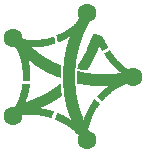
<source format=gbl>
G04 #@! TF.FileFunction,Copper,L2,Bot,Signal*
%FSLAX46Y46*%
G04 Gerber Fmt 4.6, Leading zero omitted, Abs format (unit mm)*
G04 Created by KiCad (PCBNEW 4.0.5+dfsg1-4) date Tue Feb 14 02:46:29 2017*
%MOMM*%
%LPD*%
G01*
G04 APERTURE LIST*
%ADD10C,0.100000*%
%ADD11C,0.002540*%
%ADD12C,1.600000*%
G04 APERTURE END LIST*
D10*
D11*
G36*
X7802880Y-2994660D02*
X7858760Y-3058160D01*
X7912100Y-3124200D01*
X7965440Y-3197860D01*
X8013700Y-3271520D01*
X8061960Y-3350260D01*
X8110220Y-3431540D01*
X8155940Y-3515360D01*
X8204200Y-3601720D01*
X8249920Y-3688080D01*
X8298180Y-3776980D01*
X8346440Y-3865880D01*
X8397240Y-3954780D01*
X8448040Y-4043680D01*
X8503920Y-4132580D01*
X8577580Y-4091940D01*
X8679180Y-4043680D01*
X8788400Y-3992880D01*
X8884920Y-3939540D01*
X8948420Y-3886200D01*
X8961120Y-3840480D01*
X8920480Y-3761740D01*
X8872220Y-3677920D01*
X8821420Y-3591560D01*
X8768080Y-3505200D01*
X8712200Y-3418840D01*
X8658860Y-3332480D01*
X8605520Y-3246120D01*
X8554720Y-3164840D01*
X8511540Y-3086100D01*
X8473440Y-3012440D01*
X8442960Y-2943860D01*
X7802880Y-2994660D01*
X7802880Y-2994660D01*
G37*
X7802880Y-2994660D02*
X7858760Y-3058160D01*
X7912100Y-3124200D01*
X7965440Y-3197860D01*
X8013700Y-3271520D01*
X8061960Y-3350260D01*
X8110220Y-3431540D01*
X8155940Y-3515360D01*
X8204200Y-3601720D01*
X8249920Y-3688080D01*
X8298180Y-3776980D01*
X8346440Y-3865880D01*
X8397240Y-3954780D01*
X8448040Y-4043680D01*
X8503920Y-4132580D01*
X8577580Y-4091940D01*
X8679180Y-4043680D01*
X8788400Y-3992880D01*
X8884920Y-3939540D01*
X8948420Y-3886200D01*
X8961120Y-3840480D01*
X8920480Y-3761740D01*
X8872220Y-3677920D01*
X8821420Y-3591560D01*
X8768080Y-3505200D01*
X8712200Y-3418840D01*
X8658860Y-3332480D01*
X8605520Y-3246120D01*
X8554720Y-3164840D01*
X8511540Y-3086100D01*
X8473440Y-3012440D01*
X8442960Y-2943860D01*
X7802880Y-2994660D01*
G36*
X1767840Y-6990080D02*
X1757680Y-7094220D01*
X1744980Y-7195820D01*
X1732280Y-7289800D01*
X1714500Y-7378700D01*
X1696720Y-7467600D01*
X1678940Y-7556500D01*
X1656080Y-7645400D01*
X1630680Y-7734300D01*
X1602740Y-7830820D01*
X1574800Y-7932420D01*
X1544320Y-8023860D01*
X1513840Y-8115300D01*
X1483360Y-8206740D01*
X1450340Y-8295640D01*
X1414780Y-8384540D01*
X1379220Y-8473440D01*
X1341120Y-8562340D01*
X1300480Y-8648700D01*
X1259840Y-8735060D01*
X1219200Y-8821420D01*
X1173480Y-8907780D01*
X1130300Y-8991600D01*
X1082040Y-9075420D01*
X1033780Y-9159240D01*
X985520Y-9243060D01*
X947420Y-9334500D01*
X952500Y-9403080D01*
X985520Y-9458960D01*
X1031240Y-9499600D01*
X1305560Y-9679940D01*
X1348740Y-9611360D01*
X1399540Y-9621520D01*
X1465580Y-9616440D01*
X1567180Y-9601200D01*
X1666240Y-9588500D01*
X1767840Y-9575800D01*
X1869440Y-9565640D01*
X1971040Y-9558020D01*
X2072640Y-9550400D01*
X2174240Y-9545320D01*
X2275840Y-9542780D01*
X2377440Y-9540240D01*
X2479040Y-9540240D01*
X2580640Y-9542780D01*
X2682240Y-9547860D01*
X2783840Y-9552940D01*
X2885440Y-9560560D01*
X2984500Y-9568180D01*
X3083560Y-9580880D01*
X3182620Y-9593580D01*
X3279140Y-9608820D01*
X3378200Y-9624060D01*
X3474720Y-9641840D01*
X3573780Y-9662160D01*
X3670300Y-9685020D01*
X3766820Y-9707880D01*
X3863340Y-9733280D01*
X3959860Y-9758680D01*
X4056380Y-9789160D01*
X4152900Y-9819640D01*
X4191000Y-9738360D01*
X4226560Y-9659620D01*
X4259580Y-9578340D01*
X4292600Y-9497060D01*
X4323080Y-9415780D01*
X4351020Y-9331960D01*
X4257040Y-9301480D01*
X4163060Y-9273540D01*
X4066540Y-9243060D01*
X3972560Y-9217660D01*
X3876040Y-9192260D01*
X3782060Y-9169400D01*
X3688080Y-9146540D01*
X3589020Y-9126220D01*
X3489960Y-9108440D01*
X3390900Y-9093200D01*
X3291840Y-9080500D01*
X3192780Y-9067800D01*
X3091180Y-9055100D01*
X2992120Y-9044940D01*
X3081020Y-9014460D01*
X3167380Y-8981440D01*
X3253740Y-8945880D01*
X3342640Y-8912860D01*
X3426460Y-8877300D01*
X3512820Y-8841740D01*
X3596640Y-8803640D01*
X3680460Y-8765540D01*
X3764280Y-8727440D01*
X3845560Y-8689340D01*
X3926840Y-8648700D01*
X4018280Y-8600440D01*
X4104640Y-8554720D01*
X4191000Y-8506460D01*
X4274820Y-8460740D01*
X4358640Y-8412480D01*
X4439920Y-8364220D01*
X4523740Y-8313420D01*
X4605020Y-8262620D01*
X4686300Y-8211820D01*
X4765040Y-8158480D01*
X4848860Y-8102600D01*
X4930140Y-8044180D01*
X4983480Y-8003540D01*
X5034280Y-7962900D01*
X5024120Y-7904480D01*
X5016500Y-7846060D01*
X5016500Y-7846060D01*
X5013960Y-7843520D01*
X5003800Y-7749540D01*
X4993640Y-7655560D01*
X4983480Y-7561580D01*
X4975860Y-7467600D01*
X4968240Y-7371080D01*
X4960620Y-7277100D01*
X4955540Y-7180580D01*
X4950460Y-7084060D01*
X4945380Y-6990080D01*
X4864100Y-7056120D01*
X4782820Y-7119620D01*
X4701540Y-7183120D01*
X4620260Y-7246620D01*
X4538980Y-7305040D01*
X4457700Y-7363460D01*
X4373880Y-7421880D01*
X4292600Y-7477760D01*
X4208780Y-7533640D01*
X4124960Y-7586980D01*
X4038600Y-7640320D01*
X3952240Y-7693660D01*
X3865880Y-7744460D01*
X3776980Y-7795260D01*
X3688080Y-7843520D01*
X3596640Y-7894320D01*
X3507740Y-7940040D01*
X3418840Y-7985760D01*
X3327400Y-8028940D01*
X3235960Y-8072120D01*
X3147060Y-8115300D01*
X3055620Y-8155940D01*
X2961640Y-8194040D01*
X2870200Y-8234680D01*
X2778760Y-8270240D01*
X2684780Y-8308340D01*
X2590800Y-8343900D01*
X2496820Y-8376920D01*
X2402840Y-8409940D01*
X2308860Y-8442960D01*
X2212340Y-8473440D01*
X2118360Y-8503920D01*
X2021840Y-8531860D01*
X1925320Y-8559800D01*
X1960880Y-8473440D01*
X1993900Y-8387080D01*
X2026920Y-8300720D01*
X2059940Y-8214360D01*
X2087880Y-8128000D01*
X2118360Y-8031480D01*
X2146300Y-7940040D01*
X2171700Y-7851140D01*
X2197100Y-7762240D01*
X2219960Y-7673340D01*
X2240280Y-7584440D01*
X2260600Y-7490460D01*
X2275840Y-7393940D01*
X2291080Y-7292340D01*
X2301240Y-7205980D01*
X2308860Y-7117080D01*
X2316480Y-7015480D01*
X2255520Y-7023100D01*
X2194560Y-7025640D01*
X2103120Y-7025640D01*
X2009140Y-7023100D01*
X1917700Y-7015480D01*
X1841500Y-7002780D01*
X1767840Y-6990080D01*
X1767840Y-6990080D01*
X1767840Y-6990080D01*
G37*
X1767840Y-6990080D02*
X1757680Y-7094220D01*
X1744980Y-7195820D01*
X1732280Y-7289800D01*
X1714500Y-7378700D01*
X1696720Y-7467600D01*
X1678940Y-7556500D01*
X1656080Y-7645400D01*
X1630680Y-7734300D01*
X1602740Y-7830820D01*
X1574800Y-7932420D01*
X1544320Y-8023860D01*
X1513840Y-8115300D01*
X1483360Y-8206740D01*
X1450340Y-8295640D01*
X1414780Y-8384540D01*
X1379220Y-8473440D01*
X1341120Y-8562340D01*
X1300480Y-8648700D01*
X1259840Y-8735060D01*
X1219200Y-8821420D01*
X1173480Y-8907780D01*
X1130300Y-8991600D01*
X1082040Y-9075420D01*
X1033780Y-9159240D01*
X985520Y-9243060D01*
X947420Y-9334500D01*
X952500Y-9403080D01*
X985520Y-9458960D01*
X1031240Y-9499600D01*
X1305560Y-9679940D01*
X1348740Y-9611360D01*
X1399540Y-9621520D01*
X1465580Y-9616440D01*
X1567180Y-9601200D01*
X1666240Y-9588500D01*
X1767840Y-9575800D01*
X1869440Y-9565640D01*
X1971040Y-9558020D01*
X2072640Y-9550400D01*
X2174240Y-9545320D01*
X2275840Y-9542780D01*
X2377440Y-9540240D01*
X2479040Y-9540240D01*
X2580640Y-9542780D01*
X2682240Y-9547860D01*
X2783840Y-9552940D01*
X2885440Y-9560560D01*
X2984500Y-9568180D01*
X3083560Y-9580880D01*
X3182620Y-9593580D01*
X3279140Y-9608820D01*
X3378200Y-9624060D01*
X3474720Y-9641840D01*
X3573780Y-9662160D01*
X3670300Y-9685020D01*
X3766820Y-9707880D01*
X3863340Y-9733280D01*
X3959860Y-9758680D01*
X4056380Y-9789160D01*
X4152900Y-9819640D01*
X4191000Y-9738360D01*
X4226560Y-9659620D01*
X4259580Y-9578340D01*
X4292600Y-9497060D01*
X4323080Y-9415780D01*
X4351020Y-9331960D01*
X4257040Y-9301480D01*
X4163060Y-9273540D01*
X4066540Y-9243060D01*
X3972560Y-9217660D01*
X3876040Y-9192260D01*
X3782060Y-9169400D01*
X3688080Y-9146540D01*
X3589020Y-9126220D01*
X3489960Y-9108440D01*
X3390900Y-9093200D01*
X3291840Y-9080500D01*
X3192780Y-9067800D01*
X3091180Y-9055100D01*
X2992120Y-9044940D01*
X3081020Y-9014460D01*
X3167380Y-8981440D01*
X3253740Y-8945880D01*
X3342640Y-8912860D01*
X3426460Y-8877300D01*
X3512820Y-8841740D01*
X3596640Y-8803640D01*
X3680460Y-8765540D01*
X3764280Y-8727440D01*
X3845560Y-8689340D01*
X3926840Y-8648700D01*
X4018280Y-8600440D01*
X4104640Y-8554720D01*
X4191000Y-8506460D01*
X4274820Y-8460740D01*
X4358640Y-8412480D01*
X4439920Y-8364220D01*
X4523740Y-8313420D01*
X4605020Y-8262620D01*
X4686300Y-8211820D01*
X4765040Y-8158480D01*
X4848860Y-8102600D01*
X4930140Y-8044180D01*
X4983480Y-8003540D01*
X5034280Y-7962900D01*
X5024120Y-7904480D01*
X5016500Y-7846060D01*
X5016500Y-7846060D01*
X5013960Y-7843520D01*
X5003800Y-7749540D01*
X4993640Y-7655560D01*
X4983480Y-7561580D01*
X4975860Y-7467600D01*
X4968240Y-7371080D01*
X4960620Y-7277100D01*
X4955540Y-7180580D01*
X4950460Y-7084060D01*
X4945380Y-6990080D01*
X4864100Y-7056120D01*
X4782820Y-7119620D01*
X4701540Y-7183120D01*
X4620260Y-7246620D01*
X4538980Y-7305040D01*
X4457700Y-7363460D01*
X4373880Y-7421880D01*
X4292600Y-7477760D01*
X4208780Y-7533640D01*
X4124960Y-7586980D01*
X4038600Y-7640320D01*
X3952240Y-7693660D01*
X3865880Y-7744460D01*
X3776980Y-7795260D01*
X3688080Y-7843520D01*
X3596640Y-7894320D01*
X3507740Y-7940040D01*
X3418840Y-7985760D01*
X3327400Y-8028940D01*
X3235960Y-8072120D01*
X3147060Y-8115300D01*
X3055620Y-8155940D01*
X2961640Y-8194040D01*
X2870200Y-8234680D01*
X2778760Y-8270240D01*
X2684780Y-8308340D01*
X2590800Y-8343900D01*
X2496820Y-8376920D01*
X2402840Y-8409940D01*
X2308860Y-8442960D01*
X2212340Y-8473440D01*
X2118360Y-8503920D01*
X2021840Y-8531860D01*
X1925320Y-8559800D01*
X1960880Y-8473440D01*
X1993900Y-8387080D01*
X2026920Y-8300720D01*
X2059940Y-8214360D01*
X2087880Y-8128000D01*
X2118360Y-8031480D01*
X2146300Y-7940040D01*
X2171700Y-7851140D01*
X2197100Y-7762240D01*
X2219960Y-7673340D01*
X2240280Y-7584440D01*
X2260600Y-7490460D01*
X2275840Y-7393940D01*
X2291080Y-7292340D01*
X2301240Y-7205980D01*
X2308860Y-7117080D01*
X2316480Y-7015480D01*
X2255520Y-7023100D01*
X2194560Y-7025640D01*
X2103120Y-7025640D01*
X2009140Y-7023100D01*
X1917700Y-7015480D01*
X1841500Y-7002780D01*
X1767840Y-6990080D01*
X1767840Y-6990080D01*
G36*
X9126220Y-4175760D02*
X9116060Y-4183380D01*
X9039860Y-4234180D01*
X8961120Y-4282440D01*
X8879840Y-4325620D01*
X8808720Y-4361180D01*
X8737600Y-4391660D01*
X8666480Y-4422140D01*
X8722360Y-4516120D01*
X8775700Y-4597400D01*
X8829040Y-4673600D01*
X8884920Y-4752340D01*
X8948420Y-4838700D01*
X9006840Y-4917440D01*
X9065260Y-4993640D01*
X9126220Y-5067300D01*
X9187180Y-5143500D01*
X9250680Y-5214620D01*
X9316720Y-5288280D01*
X9382760Y-5359400D01*
X9448800Y-5427980D01*
X9519920Y-5496560D01*
X9591040Y-5565140D01*
X9662160Y-5631180D01*
X9738360Y-5697220D01*
X9814560Y-5763260D01*
X9890760Y-5826760D01*
X9972040Y-5890260D01*
X10050780Y-5951220D01*
X10129520Y-6004560D01*
X10210800Y-6057900D01*
X10109200Y-6075680D01*
X10010140Y-6088380D01*
X9908540Y-6103620D01*
X9809480Y-6116320D01*
X9707880Y-6129020D01*
X9606280Y-6139180D01*
X9507220Y-6149340D01*
X9405620Y-6156960D01*
X9304020Y-6164580D01*
X9204960Y-6172200D01*
X9103360Y-6177280D01*
X9001760Y-6182360D01*
X8900160Y-6184900D01*
X8798560Y-6187440D01*
X8696960Y-6189980D01*
X8595360Y-6189980D01*
X8493760Y-6187440D01*
X8392160Y-6187440D01*
X8290560Y-6182360D01*
X8188960Y-6179820D01*
X8084820Y-6174740D01*
X7983220Y-6167120D01*
X7881620Y-6159500D01*
X7782560Y-6151880D01*
X7686040Y-6144260D01*
X7589520Y-6134100D01*
X7493000Y-6123940D01*
X7396480Y-6113780D01*
X7302500Y-6101080D01*
X7208520Y-6085840D01*
X7112000Y-6070600D01*
X7018020Y-6055360D01*
X6921500Y-6037580D01*
X6824980Y-6017260D01*
X6725920Y-5996940D01*
X6626860Y-5974080D01*
X6527800Y-5951220D01*
X6423660Y-5923280D01*
X6418580Y-6022340D01*
X6413500Y-6121400D01*
X6410960Y-6217920D01*
X6408420Y-6316980D01*
X6408420Y-6416040D01*
X6408420Y-6512560D01*
X6410960Y-6606540D01*
X6413500Y-6700520D01*
X6418580Y-6797040D01*
X6423660Y-6891020D01*
X6517640Y-6911340D01*
X6593840Y-6926580D01*
X6662420Y-6941820D01*
X6741160Y-6954520D01*
X6832600Y-6972300D01*
X6929120Y-6990080D01*
X7028180Y-7005320D01*
X7124700Y-7020560D01*
X7223760Y-7033260D01*
X7322820Y-7045960D01*
X7419340Y-7058660D01*
X7518400Y-7071360D01*
X7617460Y-7081520D01*
X7716520Y-7089140D01*
X7815580Y-7096760D01*
X7914640Y-7104380D01*
X8013700Y-7112000D01*
X8115300Y-7117080D01*
X8214360Y-7119620D01*
X8305800Y-7122160D01*
X8397240Y-7122160D01*
X8488680Y-7122160D01*
X8582660Y-7122160D01*
X8674100Y-7119620D01*
X8768080Y-7117080D01*
X8862060Y-7112000D01*
X8953500Y-7106920D01*
X9047480Y-7101840D01*
X9141460Y-7096760D01*
X9060180Y-7152640D01*
X8978900Y-7211060D01*
X8900160Y-7269480D01*
X8821420Y-7330440D01*
X8745220Y-7391400D01*
X8669020Y-7454900D01*
X8597900Y-7518400D01*
X8524240Y-7584440D01*
X8453120Y-7653020D01*
X8384540Y-7721600D01*
X8315960Y-7790180D01*
X8247380Y-7861300D01*
X8178800Y-7934960D01*
X8112760Y-8008620D01*
X8082280Y-8044180D01*
X8138160Y-8084820D01*
X8188960Y-8128000D01*
X8242300Y-8171180D01*
X8298180Y-8224520D01*
X8348980Y-8280400D01*
X8399780Y-8336280D01*
X8453120Y-8412480D01*
X8501380Y-8354060D01*
X8569960Y-8280400D01*
X8638540Y-8206740D01*
X8707120Y-8135620D01*
X8778240Y-8067040D01*
X8849360Y-7998460D01*
X8923020Y-7929880D01*
X8996680Y-7866380D01*
X9072880Y-7800340D01*
X9149080Y-7739380D01*
X9225280Y-7678420D01*
X9304020Y-7620000D01*
X9382760Y-7561580D01*
X9464040Y-7505700D01*
X9545320Y-7449820D01*
X9629140Y-7396480D01*
X9710420Y-7345680D01*
X9794240Y-7297420D01*
X9880600Y-7249160D01*
X9966960Y-7200900D01*
X10053320Y-7157720D01*
X10139680Y-7114540D01*
X10228580Y-7071360D01*
X10317480Y-7030720D01*
X10406380Y-6992620D01*
X10497820Y-6957060D01*
X10589260Y-6921500D01*
X10680700Y-6885940D01*
X10774680Y-6855460D01*
X10822940Y-6830060D01*
X10906760Y-6809740D01*
X10990580Y-6791960D01*
X11074400Y-6771640D01*
X11160760Y-6748780D01*
X11033760Y-6205220D01*
X11003280Y-6134100D01*
X10957560Y-6068060D01*
X10960100Y-6022340D01*
X10934700Y-5961380D01*
X10863580Y-5900420D01*
X10779760Y-5849620D01*
X10698480Y-5793740D01*
X10617200Y-5740400D01*
X10535920Y-5681980D01*
X10457180Y-5623560D01*
X10380980Y-5565140D01*
X10304780Y-5504180D01*
X10228580Y-5443220D01*
X10154920Y-5379720D01*
X10081260Y-5313680D01*
X10010140Y-5247640D01*
X9939020Y-5179060D01*
X9867900Y-5110480D01*
X9799320Y-5039360D01*
X9728200Y-4963160D01*
X9659620Y-4889500D01*
X9593580Y-4815840D01*
X9530080Y-4742180D01*
X9466580Y-4668520D01*
X9408160Y-4592320D01*
X9349740Y-4516120D01*
X9293860Y-4437380D01*
X9237980Y-4353560D01*
X9182100Y-4267200D01*
X9126220Y-4175760D01*
X9126220Y-4175760D01*
X9126220Y-4175760D01*
G37*
X9126220Y-4175760D02*
X9116060Y-4183380D01*
X9039860Y-4234180D01*
X8961120Y-4282440D01*
X8879840Y-4325620D01*
X8808720Y-4361180D01*
X8737600Y-4391660D01*
X8666480Y-4422140D01*
X8722360Y-4516120D01*
X8775700Y-4597400D01*
X8829040Y-4673600D01*
X8884920Y-4752340D01*
X8948420Y-4838700D01*
X9006840Y-4917440D01*
X9065260Y-4993640D01*
X9126220Y-5067300D01*
X9187180Y-5143500D01*
X9250680Y-5214620D01*
X9316720Y-5288280D01*
X9382760Y-5359400D01*
X9448800Y-5427980D01*
X9519920Y-5496560D01*
X9591040Y-5565140D01*
X9662160Y-5631180D01*
X9738360Y-5697220D01*
X9814560Y-5763260D01*
X9890760Y-5826760D01*
X9972040Y-5890260D01*
X10050780Y-5951220D01*
X10129520Y-6004560D01*
X10210800Y-6057900D01*
X10109200Y-6075680D01*
X10010140Y-6088380D01*
X9908540Y-6103620D01*
X9809480Y-6116320D01*
X9707880Y-6129020D01*
X9606280Y-6139180D01*
X9507220Y-6149340D01*
X9405620Y-6156960D01*
X9304020Y-6164580D01*
X9204960Y-6172200D01*
X9103360Y-6177280D01*
X9001760Y-6182360D01*
X8900160Y-6184900D01*
X8798560Y-6187440D01*
X8696960Y-6189980D01*
X8595360Y-6189980D01*
X8493760Y-6187440D01*
X8392160Y-6187440D01*
X8290560Y-6182360D01*
X8188960Y-6179820D01*
X8084820Y-6174740D01*
X7983220Y-6167120D01*
X7881620Y-6159500D01*
X7782560Y-6151880D01*
X7686040Y-6144260D01*
X7589520Y-6134100D01*
X7493000Y-6123940D01*
X7396480Y-6113780D01*
X7302500Y-6101080D01*
X7208520Y-6085840D01*
X7112000Y-6070600D01*
X7018020Y-6055360D01*
X6921500Y-6037580D01*
X6824980Y-6017260D01*
X6725920Y-5996940D01*
X6626860Y-5974080D01*
X6527800Y-5951220D01*
X6423660Y-5923280D01*
X6418580Y-6022340D01*
X6413500Y-6121400D01*
X6410960Y-6217920D01*
X6408420Y-6316980D01*
X6408420Y-6416040D01*
X6408420Y-6512560D01*
X6410960Y-6606540D01*
X6413500Y-6700520D01*
X6418580Y-6797040D01*
X6423660Y-6891020D01*
X6517640Y-6911340D01*
X6593840Y-6926580D01*
X6662420Y-6941820D01*
X6741160Y-6954520D01*
X6832600Y-6972300D01*
X6929120Y-6990080D01*
X7028180Y-7005320D01*
X7124700Y-7020560D01*
X7223760Y-7033260D01*
X7322820Y-7045960D01*
X7419340Y-7058660D01*
X7518400Y-7071360D01*
X7617460Y-7081520D01*
X7716520Y-7089140D01*
X7815580Y-7096760D01*
X7914640Y-7104380D01*
X8013700Y-7112000D01*
X8115300Y-7117080D01*
X8214360Y-7119620D01*
X8305800Y-7122160D01*
X8397240Y-7122160D01*
X8488680Y-7122160D01*
X8582660Y-7122160D01*
X8674100Y-7119620D01*
X8768080Y-7117080D01*
X8862060Y-7112000D01*
X8953500Y-7106920D01*
X9047480Y-7101840D01*
X9141460Y-7096760D01*
X9060180Y-7152640D01*
X8978900Y-7211060D01*
X8900160Y-7269480D01*
X8821420Y-7330440D01*
X8745220Y-7391400D01*
X8669020Y-7454900D01*
X8597900Y-7518400D01*
X8524240Y-7584440D01*
X8453120Y-7653020D01*
X8384540Y-7721600D01*
X8315960Y-7790180D01*
X8247380Y-7861300D01*
X8178800Y-7934960D01*
X8112760Y-8008620D01*
X8082280Y-8044180D01*
X8138160Y-8084820D01*
X8188960Y-8128000D01*
X8242300Y-8171180D01*
X8298180Y-8224520D01*
X8348980Y-8280400D01*
X8399780Y-8336280D01*
X8453120Y-8412480D01*
X8501380Y-8354060D01*
X8569960Y-8280400D01*
X8638540Y-8206740D01*
X8707120Y-8135620D01*
X8778240Y-8067040D01*
X8849360Y-7998460D01*
X8923020Y-7929880D01*
X8996680Y-7866380D01*
X9072880Y-7800340D01*
X9149080Y-7739380D01*
X9225280Y-7678420D01*
X9304020Y-7620000D01*
X9382760Y-7561580D01*
X9464040Y-7505700D01*
X9545320Y-7449820D01*
X9629140Y-7396480D01*
X9710420Y-7345680D01*
X9794240Y-7297420D01*
X9880600Y-7249160D01*
X9966960Y-7200900D01*
X10053320Y-7157720D01*
X10139680Y-7114540D01*
X10228580Y-7071360D01*
X10317480Y-7030720D01*
X10406380Y-6992620D01*
X10497820Y-6957060D01*
X10589260Y-6921500D01*
X10680700Y-6885940D01*
X10774680Y-6855460D01*
X10822940Y-6830060D01*
X10906760Y-6809740D01*
X10990580Y-6791960D01*
X11074400Y-6771640D01*
X11160760Y-6748780D01*
X11033760Y-6205220D01*
X11003280Y-6134100D01*
X10957560Y-6068060D01*
X10960100Y-6022340D01*
X10934700Y-5961380D01*
X10863580Y-5900420D01*
X10779760Y-5849620D01*
X10698480Y-5793740D01*
X10617200Y-5740400D01*
X10535920Y-5681980D01*
X10457180Y-5623560D01*
X10380980Y-5565140D01*
X10304780Y-5504180D01*
X10228580Y-5443220D01*
X10154920Y-5379720D01*
X10081260Y-5313680D01*
X10010140Y-5247640D01*
X9939020Y-5179060D01*
X9867900Y-5110480D01*
X9799320Y-5039360D01*
X9728200Y-4963160D01*
X9659620Y-4889500D01*
X9593580Y-4815840D01*
X9530080Y-4742180D01*
X9466580Y-4668520D01*
X9408160Y-4592320D01*
X9349740Y-4516120D01*
X9293860Y-4437380D01*
X9237980Y-4353560D01*
X9182100Y-4267200D01*
X9126220Y-4175760D01*
X9126220Y-4175760D01*
G36*
X1391920Y-2951480D02*
X1318260Y-2969260D01*
X1254760Y-2997200D01*
X1196340Y-3037840D01*
X769620Y-3401060D01*
X835660Y-3479800D01*
X899160Y-3558540D01*
X965200Y-3634740D01*
X1031240Y-3710940D01*
X1097280Y-3787140D01*
X1163320Y-3860800D01*
X1229360Y-3934460D01*
X1297940Y-4005580D01*
X1338580Y-4097020D01*
X1379220Y-4191000D01*
X1417320Y-4284980D01*
X1452880Y-4378960D01*
X1488440Y-4472940D01*
X1521460Y-4569460D01*
X1551940Y-4665980D01*
X1582420Y-4762500D01*
X1610360Y-4859020D01*
X1635760Y-4958080D01*
X1661160Y-5057140D01*
X1681480Y-5151120D01*
X1701800Y-5245100D01*
X1719580Y-5339080D01*
X1734820Y-5433060D01*
X1750060Y-5529580D01*
X1762760Y-5623560D01*
X1772920Y-5720080D01*
X1783080Y-5816600D01*
X1790700Y-5910580D01*
X1798320Y-6007100D01*
X1803400Y-6106160D01*
X1805940Y-6202680D01*
X1805940Y-6299200D01*
X1805940Y-6398260D01*
X1803400Y-6497320D01*
X1798320Y-6583680D01*
X1793240Y-6672580D01*
X1869440Y-6685280D01*
X1948180Y-6697980D01*
X2047240Y-6705600D01*
X2146300Y-6708140D01*
X2245360Y-6703060D01*
X2341880Y-6695440D01*
X2346960Y-6604000D01*
X2352040Y-6512560D01*
X2354580Y-6421120D01*
X2354580Y-6327140D01*
X2354580Y-6235700D01*
X2354580Y-6144260D01*
X2352040Y-6052820D01*
X2346960Y-5961380D01*
X2341880Y-5869940D01*
X2334260Y-5781040D01*
X2326640Y-5689600D01*
X2316480Y-5600700D01*
X2306320Y-5511800D01*
X2293620Y-5422900D01*
X2278380Y-5334000D01*
X2263140Y-5245100D01*
X2245360Y-5156200D01*
X2227580Y-5067300D01*
X2207260Y-4978400D01*
X2186940Y-4889500D01*
X2166620Y-4823460D01*
X2242820Y-4886960D01*
X2321560Y-4950460D01*
X2397760Y-5013960D01*
X2473960Y-5074920D01*
X2552700Y-5135880D01*
X2631440Y-5196840D01*
X2707640Y-5255260D01*
X2786380Y-5311140D01*
X2867660Y-5369560D01*
X2946400Y-5422900D01*
X3030220Y-5478780D01*
X3114040Y-5532120D01*
X3197860Y-5585460D01*
X3284220Y-5638800D01*
X3368040Y-5689600D01*
X3454400Y-5740400D01*
X3540760Y-5788660D01*
X3627120Y-5836920D01*
X3713480Y-5885180D01*
X3802380Y-5930900D01*
X3888740Y-5976620D01*
X3977640Y-6022340D01*
X4066540Y-6065520D01*
X4155440Y-6108700D01*
X4249420Y-6151880D01*
X4335780Y-6189980D01*
X4417060Y-6220460D01*
X4495800Y-6250940D01*
X4574540Y-6278880D01*
X4653280Y-6306820D01*
X4737100Y-6337300D01*
X4828540Y-6367780D01*
X4927600Y-6403340D01*
X4927600Y-6304280D01*
X4927600Y-6202680D01*
X4930140Y-6103620D01*
X4932680Y-6004560D01*
X4937760Y-5908040D01*
X4945380Y-5808980D01*
X4955540Y-5715000D01*
X4965700Y-5621020D01*
X4978400Y-5529580D01*
X4993640Y-5440680D01*
X4894580Y-5400040D01*
X4800600Y-5361940D01*
X4709160Y-5321300D01*
X4617720Y-5280660D01*
X4528820Y-5240020D01*
X4442460Y-5199380D01*
X4356100Y-5158740D01*
X4272280Y-5115560D01*
X4188460Y-5072380D01*
X4104640Y-5026660D01*
X4020820Y-4980940D01*
X3937000Y-4932680D01*
X3853180Y-4884420D01*
X3769360Y-4833620D01*
X3685540Y-4782820D01*
X3599180Y-4726940D01*
X3510280Y-4671060D01*
X3429000Y-4617720D01*
X3350260Y-4564380D01*
X3268980Y-4508500D01*
X3190240Y-4452620D01*
X3114040Y-4396740D01*
X3035300Y-4338320D01*
X2959100Y-4279900D01*
X2882900Y-4221480D01*
X2806700Y-4163060D01*
X2730500Y-4102100D01*
X2656840Y-4041140D01*
X2583180Y-3980180D01*
X2509520Y-3916680D01*
X2435860Y-3853180D01*
X2364740Y-3789680D01*
X2456180Y-3797300D01*
X2547620Y-3802380D01*
X2636520Y-3804920D01*
X2727960Y-3807460D01*
X2816860Y-3810000D01*
X2908300Y-3807460D01*
X2994660Y-3804920D01*
X3083560Y-3802380D01*
X3180080Y-3794760D01*
X3276600Y-3787140D01*
X3373120Y-3776980D01*
X3469640Y-3764280D01*
X3566160Y-3749040D01*
X3660140Y-3733800D01*
X3754120Y-3716020D01*
X3850640Y-3698240D01*
X3939540Y-3677920D01*
X4028440Y-3655060D01*
X4119880Y-3632200D01*
X4208780Y-3606800D01*
X4297680Y-3578860D01*
X4389120Y-3550920D01*
X4478020Y-3522980D01*
X4478020Y-3515360D01*
X4472940Y-3416300D01*
X4460240Y-3317240D01*
X4442460Y-3218180D01*
X4414520Y-3119120D01*
X4396740Y-3063240D01*
X4373880Y-3007360D01*
X4284980Y-3037840D01*
X4193540Y-3065780D01*
X4099560Y-3093720D01*
X4008120Y-3119120D01*
X3916680Y-3141980D01*
X3825240Y-3164840D01*
X3731260Y-3185160D01*
X3639820Y-3202940D01*
X3545840Y-3220720D01*
X3454400Y-3235960D01*
X3360420Y-3248660D01*
X3266440Y-3261360D01*
X3175000Y-3271520D01*
X3081020Y-3279140D01*
X2979420Y-3286760D01*
X2877820Y-3291840D01*
X2776220Y-3294380D01*
X2674620Y-3294380D01*
X2575560Y-3291840D01*
X2473960Y-3289300D01*
X2372360Y-3284220D01*
X2270760Y-3279140D01*
X2171700Y-3268980D01*
X2070100Y-3258820D01*
X1968500Y-3246120D01*
X1869440Y-3230880D01*
X1767840Y-3215640D01*
X1704340Y-3149600D01*
X1638300Y-3083560D01*
X1549400Y-3002280D01*
X1468120Y-2959100D01*
X1391920Y-2951480D01*
X1391920Y-2951480D01*
X1391920Y-2951480D01*
G37*
X1391920Y-2951480D02*
X1318260Y-2969260D01*
X1254760Y-2997200D01*
X1196340Y-3037840D01*
X769620Y-3401060D01*
X835660Y-3479800D01*
X899160Y-3558540D01*
X965200Y-3634740D01*
X1031240Y-3710940D01*
X1097280Y-3787140D01*
X1163320Y-3860800D01*
X1229360Y-3934460D01*
X1297940Y-4005580D01*
X1338580Y-4097020D01*
X1379220Y-4191000D01*
X1417320Y-4284980D01*
X1452880Y-4378960D01*
X1488440Y-4472940D01*
X1521460Y-4569460D01*
X1551940Y-4665980D01*
X1582420Y-4762500D01*
X1610360Y-4859020D01*
X1635760Y-4958080D01*
X1661160Y-5057140D01*
X1681480Y-5151120D01*
X1701800Y-5245100D01*
X1719580Y-5339080D01*
X1734820Y-5433060D01*
X1750060Y-5529580D01*
X1762760Y-5623560D01*
X1772920Y-5720080D01*
X1783080Y-5816600D01*
X1790700Y-5910580D01*
X1798320Y-6007100D01*
X1803400Y-6106160D01*
X1805940Y-6202680D01*
X1805940Y-6299200D01*
X1805940Y-6398260D01*
X1803400Y-6497320D01*
X1798320Y-6583680D01*
X1793240Y-6672580D01*
X1869440Y-6685280D01*
X1948180Y-6697980D01*
X2047240Y-6705600D01*
X2146300Y-6708140D01*
X2245360Y-6703060D01*
X2341880Y-6695440D01*
X2346960Y-6604000D01*
X2352040Y-6512560D01*
X2354580Y-6421120D01*
X2354580Y-6327140D01*
X2354580Y-6235700D01*
X2354580Y-6144260D01*
X2352040Y-6052820D01*
X2346960Y-5961380D01*
X2341880Y-5869940D01*
X2334260Y-5781040D01*
X2326640Y-5689600D01*
X2316480Y-5600700D01*
X2306320Y-5511800D01*
X2293620Y-5422900D01*
X2278380Y-5334000D01*
X2263140Y-5245100D01*
X2245360Y-5156200D01*
X2227580Y-5067300D01*
X2207260Y-4978400D01*
X2186940Y-4889500D01*
X2166620Y-4823460D01*
X2242820Y-4886960D01*
X2321560Y-4950460D01*
X2397760Y-5013960D01*
X2473960Y-5074920D01*
X2552700Y-5135880D01*
X2631440Y-5196840D01*
X2707640Y-5255260D01*
X2786380Y-5311140D01*
X2867660Y-5369560D01*
X2946400Y-5422900D01*
X3030220Y-5478780D01*
X3114040Y-5532120D01*
X3197860Y-5585460D01*
X3284220Y-5638800D01*
X3368040Y-5689600D01*
X3454400Y-5740400D01*
X3540760Y-5788660D01*
X3627120Y-5836920D01*
X3713480Y-5885180D01*
X3802380Y-5930900D01*
X3888740Y-5976620D01*
X3977640Y-6022340D01*
X4066540Y-6065520D01*
X4155440Y-6108700D01*
X4249420Y-6151880D01*
X4335780Y-6189980D01*
X4417060Y-6220460D01*
X4495800Y-6250940D01*
X4574540Y-6278880D01*
X4653280Y-6306820D01*
X4737100Y-6337300D01*
X4828540Y-6367780D01*
X4927600Y-6403340D01*
X4927600Y-6304280D01*
X4927600Y-6202680D01*
X4930140Y-6103620D01*
X4932680Y-6004560D01*
X4937760Y-5908040D01*
X4945380Y-5808980D01*
X4955540Y-5715000D01*
X4965700Y-5621020D01*
X4978400Y-5529580D01*
X4993640Y-5440680D01*
X4894580Y-5400040D01*
X4800600Y-5361940D01*
X4709160Y-5321300D01*
X4617720Y-5280660D01*
X4528820Y-5240020D01*
X4442460Y-5199380D01*
X4356100Y-5158740D01*
X4272280Y-5115560D01*
X4188460Y-5072380D01*
X4104640Y-5026660D01*
X4020820Y-4980940D01*
X3937000Y-4932680D01*
X3853180Y-4884420D01*
X3769360Y-4833620D01*
X3685540Y-4782820D01*
X3599180Y-4726940D01*
X3510280Y-4671060D01*
X3429000Y-4617720D01*
X3350260Y-4564380D01*
X3268980Y-4508500D01*
X3190240Y-4452620D01*
X3114040Y-4396740D01*
X3035300Y-4338320D01*
X2959100Y-4279900D01*
X2882900Y-4221480D01*
X2806700Y-4163060D01*
X2730500Y-4102100D01*
X2656840Y-4041140D01*
X2583180Y-3980180D01*
X2509520Y-3916680D01*
X2435860Y-3853180D01*
X2364740Y-3789680D01*
X2456180Y-3797300D01*
X2547620Y-3802380D01*
X2636520Y-3804920D01*
X2727960Y-3807460D01*
X2816860Y-3810000D01*
X2908300Y-3807460D01*
X2994660Y-3804920D01*
X3083560Y-3802380D01*
X3180080Y-3794760D01*
X3276600Y-3787140D01*
X3373120Y-3776980D01*
X3469640Y-3764280D01*
X3566160Y-3749040D01*
X3660140Y-3733800D01*
X3754120Y-3716020D01*
X3850640Y-3698240D01*
X3939540Y-3677920D01*
X4028440Y-3655060D01*
X4119880Y-3632200D01*
X4208780Y-3606800D01*
X4297680Y-3578860D01*
X4389120Y-3550920D01*
X4478020Y-3522980D01*
X4478020Y-3515360D01*
X4472940Y-3416300D01*
X4460240Y-3317240D01*
X4442460Y-3218180D01*
X4414520Y-3119120D01*
X4396740Y-3063240D01*
X4373880Y-3007360D01*
X4284980Y-3037840D01*
X4193540Y-3065780D01*
X4099560Y-3093720D01*
X4008120Y-3119120D01*
X3916680Y-3141980D01*
X3825240Y-3164840D01*
X3731260Y-3185160D01*
X3639820Y-3202940D01*
X3545840Y-3220720D01*
X3454400Y-3235960D01*
X3360420Y-3248660D01*
X3266440Y-3261360D01*
X3175000Y-3271520D01*
X3081020Y-3279140D01*
X2979420Y-3286760D01*
X2877820Y-3291840D01*
X2776220Y-3294380D01*
X2674620Y-3294380D01*
X2575560Y-3291840D01*
X2473960Y-3289300D01*
X2372360Y-3284220D01*
X2270760Y-3279140D01*
X2171700Y-3268980D01*
X2070100Y-3258820D01*
X1968500Y-3246120D01*
X1869440Y-3230880D01*
X1767840Y-3215640D01*
X1704340Y-3149600D01*
X1638300Y-3083560D01*
X1549400Y-3002280D01*
X1468120Y-2959100D01*
X1391920Y-2951480D01*
X1391920Y-2951480D01*
G36*
X7866380Y-2794000D02*
X7772400Y-2811780D01*
X7716520Y-2844800D01*
X7665720Y-2910840D01*
X7625080Y-3007360D01*
X7597140Y-3101340D01*
X7564120Y-3195320D01*
X7533640Y-3286760D01*
X7500620Y-3380740D01*
X7467600Y-3472180D01*
X7432040Y-3563620D01*
X7396480Y-3655060D01*
X7358380Y-3743960D01*
X7320280Y-3835400D01*
X7282180Y-3924300D01*
X7241540Y-4013200D01*
X7200900Y-4102100D01*
X7160260Y-4188460D01*
X7117080Y-4277360D01*
X7071360Y-4363720D01*
X7028180Y-4450080D01*
X6982460Y-4536440D01*
X6934200Y-4622800D01*
X6885940Y-4706620D01*
X6837680Y-4792980D01*
X6786880Y-4876800D01*
X6736080Y-4960620D01*
X6682740Y-5044440D01*
X6629400Y-5128260D01*
X6573520Y-5209540D01*
X6515100Y-5293360D01*
X6459220Y-5374640D01*
X6449060Y-5468620D01*
X6441440Y-5562600D01*
X6433820Y-5659120D01*
X6525260Y-5684520D01*
X6619240Y-5709920D01*
X6710680Y-5730240D01*
X6802120Y-5745480D01*
X6896100Y-5760720D01*
X6987540Y-5770880D01*
X7078980Y-5781040D01*
X7172960Y-5788660D01*
X7223760Y-5717540D01*
X7272020Y-5643880D01*
X7320280Y-5570220D01*
X7368540Y-5496560D01*
X7416800Y-5420360D01*
X7462520Y-5344160D01*
X7510780Y-5262880D01*
X7556500Y-5181600D01*
X7602220Y-5097780D01*
X7647940Y-5016500D01*
X7691120Y-4930140D01*
X7734300Y-4846320D01*
X7777480Y-4759960D01*
X7820660Y-4673600D01*
X7861300Y-4584700D01*
X7901940Y-4495800D01*
X7940040Y-4406900D01*
X7978140Y-4318000D01*
X8016240Y-4226560D01*
X8051800Y-4140200D01*
X8084820Y-4051300D01*
X8117840Y-3964940D01*
X8150860Y-3876040D01*
X8181340Y-3784600D01*
X8211820Y-3693160D01*
X8242300Y-3601720D01*
X8272780Y-3510280D01*
X8300720Y-3416300D01*
X8328660Y-3322320D01*
X8354060Y-3225800D01*
X8382000Y-3131820D01*
X8407400Y-3032760D01*
X8432800Y-2936240D01*
X7957820Y-2806700D01*
X7866380Y-2794000D01*
X7866380Y-2794000D01*
X7866380Y-2794000D01*
G37*
X7866380Y-2794000D02*
X7772400Y-2811780D01*
X7716520Y-2844800D01*
X7665720Y-2910840D01*
X7625080Y-3007360D01*
X7597140Y-3101340D01*
X7564120Y-3195320D01*
X7533640Y-3286760D01*
X7500620Y-3380740D01*
X7467600Y-3472180D01*
X7432040Y-3563620D01*
X7396480Y-3655060D01*
X7358380Y-3743960D01*
X7320280Y-3835400D01*
X7282180Y-3924300D01*
X7241540Y-4013200D01*
X7200900Y-4102100D01*
X7160260Y-4188460D01*
X7117080Y-4277360D01*
X7071360Y-4363720D01*
X7028180Y-4450080D01*
X6982460Y-4536440D01*
X6934200Y-4622800D01*
X6885940Y-4706620D01*
X6837680Y-4792980D01*
X6786880Y-4876800D01*
X6736080Y-4960620D01*
X6682740Y-5044440D01*
X6629400Y-5128260D01*
X6573520Y-5209540D01*
X6515100Y-5293360D01*
X6459220Y-5374640D01*
X6449060Y-5468620D01*
X6441440Y-5562600D01*
X6433820Y-5659120D01*
X6525260Y-5684520D01*
X6619240Y-5709920D01*
X6710680Y-5730240D01*
X6802120Y-5745480D01*
X6896100Y-5760720D01*
X6987540Y-5770880D01*
X7078980Y-5781040D01*
X7172960Y-5788660D01*
X7223760Y-5717540D01*
X7272020Y-5643880D01*
X7320280Y-5570220D01*
X7368540Y-5496560D01*
X7416800Y-5420360D01*
X7462520Y-5344160D01*
X7510780Y-5262880D01*
X7556500Y-5181600D01*
X7602220Y-5097780D01*
X7647940Y-5016500D01*
X7691120Y-4930140D01*
X7734300Y-4846320D01*
X7777480Y-4759960D01*
X7820660Y-4673600D01*
X7861300Y-4584700D01*
X7901940Y-4495800D01*
X7940040Y-4406900D01*
X7978140Y-4318000D01*
X8016240Y-4226560D01*
X8051800Y-4140200D01*
X8084820Y-4051300D01*
X8117840Y-3964940D01*
X8150860Y-3876040D01*
X8181340Y-3784600D01*
X8211820Y-3693160D01*
X8242300Y-3601720D01*
X8272780Y-3510280D01*
X8300720Y-3416300D01*
X8328660Y-3322320D01*
X8354060Y-3225800D01*
X8382000Y-3131820D01*
X8407400Y-3032760D01*
X8432800Y-2936240D01*
X7957820Y-2806700D01*
X7866380Y-2794000D01*
X7866380Y-2794000D01*
G36*
X6837680Y-919480D02*
X6784340Y-1003300D01*
X6731000Y-1087120D01*
X6680200Y-1170940D01*
X6629400Y-1254760D01*
X6581140Y-1338580D01*
X6532880Y-1422400D01*
X6484620Y-1506220D01*
X6438900Y-1590040D01*
X6393180Y-1673860D01*
X6350000Y-1757680D01*
X6304280Y-1841500D01*
X6238240Y-1905000D01*
X6169660Y-1965960D01*
X6098540Y-2026920D01*
X6027420Y-2087880D01*
X5956300Y-2146300D01*
X5882640Y-2202180D01*
X5808980Y-2260600D01*
X5735320Y-2313940D01*
X5659120Y-2369820D01*
X5572760Y-2425700D01*
X5488940Y-2479040D01*
X5407660Y-2529840D01*
X5328920Y-2575560D01*
X5247640Y-2621280D01*
X5168900Y-2661920D01*
X5087620Y-2700020D01*
X5006340Y-2738120D01*
X4919980Y-2776220D01*
X4831080Y-2811780D01*
X4737100Y-2849880D01*
X4638040Y-2887980D01*
X4660900Y-2946400D01*
X4681220Y-3007360D01*
X4701540Y-3081020D01*
X4716780Y-3154680D01*
X4732020Y-3228340D01*
X4742180Y-3317240D01*
X4747260Y-3403600D01*
X4843780Y-3370580D01*
X4927600Y-3340100D01*
X5006340Y-3314700D01*
X5080000Y-3286760D01*
X5156200Y-3256280D01*
X5234940Y-3220720D01*
X5326380Y-3177540D01*
X5412740Y-3131820D01*
X5496560Y-3083560D01*
X5582920Y-3035300D01*
X5666740Y-2984500D01*
X5748020Y-2931160D01*
X5831840Y-2877820D01*
X5796280Y-2969260D01*
X5763260Y-3060700D01*
X5730240Y-3152140D01*
X5697220Y-3243580D01*
X5666740Y-3337560D01*
X5636260Y-3429000D01*
X5608320Y-3520440D01*
X5580380Y-3611880D01*
X5554980Y-3708400D01*
X5529580Y-3804920D01*
X5504180Y-3901440D01*
X5481320Y-3997960D01*
X5458460Y-4094480D01*
X5435600Y-4191000D01*
X5415280Y-4287520D01*
X5394960Y-4386580D01*
X5377180Y-4483100D01*
X5359400Y-4579620D01*
X5341620Y-4678680D01*
X5326380Y-4775200D01*
X5313680Y-4874260D01*
X5298440Y-4970780D01*
X5288280Y-5069840D01*
X5275580Y-5168900D01*
X5265420Y-5270500D01*
X5257800Y-5369560D01*
X5247640Y-5468620D01*
X5240020Y-5570220D01*
X5234940Y-5669280D01*
X5229860Y-5770880D01*
X5224780Y-5872480D01*
X5219700Y-5974080D01*
X5217160Y-6075680D01*
X5214620Y-6177280D01*
X5214620Y-6278880D01*
X5214620Y-6380480D01*
X5214620Y-6484620D01*
X5214620Y-6586220D01*
X5217160Y-6687820D01*
X5219700Y-6789420D01*
X5224780Y-6888480D01*
X5229860Y-6990080D01*
X5234940Y-7091680D01*
X5240020Y-7190740D01*
X5247640Y-7289800D01*
X5257800Y-7388860D01*
X5265420Y-7490460D01*
X5275580Y-7586980D01*
X5288280Y-7686040D01*
X5298440Y-7785100D01*
X5313680Y-7881620D01*
X5326380Y-7980680D01*
X5341620Y-8079740D01*
X5359400Y-8176260D01*
X5377180Y-8272780D01*
X5394960Y-8371840D01*
X5415280Y-8468360D01*
X5435600Y-8564880D01*
X5458460Y-8661400D01*
X5481320Y-8760460D01*
X5504180Y-8856980D01*
X5529580Y-8953500D01*
X5554980Y-9050020D01*
X5580380Y-9146540D01*
X5608320Y-9232900D01*
X5633720Y-9321800D01*
X5664200Y-9408160D01*
X5692140Y-9497060D01*
X5722620Y-9583420D01*
X5755640Y-9672320D01*
X5788660Y-9758680D01*
X5821680Y-9845040D01*
X5854700Y-9933940D01*
X5890260Y-10020300D01*
X5925820Y-10109200D01*
X5900420Y-10088880D01*
X5816600Y-10033000D01*
X5732780Y-9977120D01*
X5648960Y-9923780D01*
X5565140Y-9872980D01*
X5478780Y-9822180D01*
X5392420Y-9773920D01*
X5303520Y-9728200D01*
X5217160Y-9682480D01*
X5133340Y-9641840D01*
X5049520Y-9603740D01*
X4965700Y-9565640D01*
X4879340Y-9530080D01*
X4792980Y-9494520D01*
X4706620Y-9461500D01*
X4681220Y-9545320D01*
X4650740Y-9629140D01*
X4620260Y-9710420D01*
X4587240Y-9791700D01*
X4554220Y-9872980D01*
X4518660Y-9951720D01*
X4610100Y-9989820D01*
X4701540Y-10027920D01*
X4792980Y-10068560D01*
X4881880Y-10109200D01*
X4968240Y-10152380D01*
X5054600Y-10198100D01*
X5140960Y-10243820D01*
X5227320Y-10289540D01*
X5311140Y-10340340D01*
X5394960Y-10388600D01*
X5476240Y-10441940D01*
X5557520Y-10495280D01*
X5641340Y-10553700D01*
X5722620Y-10612120D01*
X5803900Y-10673080D01*
X5882640Y-10734040D01*
X5961380Y-10797540D01*
X6040120Y-10863580D01*
X6116320Y-10929620D01*
X6189980Y-10995660D01*
X6263640Y-11066780D01*
X6337300Y-11135360D01*
X6408420Y-11206480D01*
X6477000Y-11280140D01*
X6545580Y-11353800D01*
X6593840Y-11435080D01*
X6639560Y-11513820D01*
X6687820Y-11595100D01*
X6736080Y-11676380D01*
X6786880Y-11755120D01*
X6837680Y-11836400D01*
X7315200Y-11549380D01*
X7371080Y-11503660D01*
X7419340Y-11447780D01*
X7457440Y-11381740D01*
X7472680Y-11308080D01*
X7457440Y-11216640D01*
X7406640Y-11107420D01*
X7368540Y-11036300D01*
X7332980Y-10967720D01*
X7294880Y-10896600D01*
X7259320Y-10825480D01*
X7277100Y-10782300D01*
X7297420Y-10685780D01*
X7320280Y-10591800D01*
X7345680Y-10495280D01*
X7371080Y-10401300D01*
X7399020Y-10307320D01*
X7429500Y-10215880D01*
X7459980Y-10121900D01*
X7493000Y-10030460D01*
X7528560Y-9939020D01*
X7564120Y-9847580D01*
X7602220Y-9758680D01*
X7642860Y-9669780D01*
X7683500Y-9580880D01*
X7726680Y-9491980D01*
X7777480Y-9395460D01*
X7823200Y-9306560D01*
X7866380Y-9225280D01*
X7909560Y-9149080D01*
X7952740Y-9075420D01*
X7998460Y-9004300D01*
X8049260Y-8930640D01*
X8102600Y-8856980D01*
X8163560Y-8775700D01*
X8234680Y-8691880D01*
X8183880Y-8625840D01*
X8133080Y-8559800D01*
X8077200Y-8498840D01*
X8018780Y-8440420D01*
X7945120Y-8376920D01*
X7866380Y-8315960D01*
X7790180Y-8407400D01*
X7741920Y-8468360D01*
X7693660Y-8529320D01*
X7627620Y-8623300D01*
X7576820Y-8704580D01*
X7523480Y-8785860D01*
X7472680Y-8867140D01*
X7424420Y-8950960D01*
X7376160Y-9034780D01*
X7330440Y-9118600D01*
X7287260Y-9204960D01*
X7244080Y-9293860D01*
X7200900Y-9382760D01*
X7162800Y-9471660D01*
X7124700Y-9563100D01*
X7086600Y-9654540D01*
X7051040Y-9748520D01*
X7018020Y-9842500D01*
X6985000Y-9939020D01*
X6954520Y-10035540D01*
X6941820Y-10086340D01*
X6929120Y-10137140D01*
X6891020Y-10045700D01*
X6852920Y-9954260D01*
X6814820Y-9862820D01*
X6779260Y-9771380D01*
X6743700Y-9679940D01*
X6710680Y-9588500D01*
X6677660Y-9494520D01*
X6644640Y-9400540D01*
X6611620Y-9306560D01*
X6581140Y-9212580D01*
X6553200Y-9118600D01*
X6522720Y-9024620D01*
X6497320Y-8928100D01*
X6469380Y-8834120D01*
X6443980Y-8737600D01*
X6421120Y-8643620D01*
X6398260Y-8547100D01*
X6375400Y-8450580D01*
X6355080Y-8354060D01*
X6334760Y-8257540D01*
X6316980Y-8161020D01*
X6299200Y-8064500D01*
X6281420Y-7967980D01*
X6266180Y-7868920D01*
X6250940Y-7772400D01*
X6238240Y-7675880D01*
X6225540Y-7576820D01*
X6212840Y-7477760D01*
X6202680Y-7378700D01*
X6192520Y-7282180D01*
X6184900Y-7183120D01*
X6174740Y-7081520D01*
X6169660Y-6982460D01*
X6164580Y-6883400D01*
X6159500Y-6784340D01*
X6154420Y-6682740D01*
X6151880Y-6583680D01*
X6151880Y-6482080D01*
X6151880Y-6380480D01*
X6151880Y-6278880D01*
X6151880Y-6179820D01*
X6154420Y-6078220D01*
X6159500Y-5976620D01*
X6164580Y-5877560D01*
X6169660Y-5775960D01*
X6174740Y-5676900D01*
X6184900Y-5577840D01*
X6192520Y-5476240D01*
X6202680Y-5377180D01*
X6212840Y-5278120D01*
X6225540Y-5181600D01*
X6238240Y-5082540D01*
X6250940Y-4983480D01*
X6266180Y-4884420D01*
X6281420Y-4787900D01*
X6299200Y-4688840D01*
X6316980Y-4592320D01*
X6334760Y-4495800D01*
X6355080Y-4399280D01*
X6375400Y-4302760D01*
X6398260Y-4206240D01*
X6421120Y-4109720D01*
X6443980Y-4013200D01*
X6469380Y-3916680D01*
X6497320Y-3822700D01*
X6522720Y-3728720D01*
X6550660Y-3634740D01*
X6581140Y-3540760D01*
X6611620Y-3446780D01*
X6642100Y-3352800D01*
X6675120Y-3261360D01*
X6708140Y-3167380D01*
X6741160Y-3075940D01*
X6776720Y-2984500D01*
X6812280Y-2893060D01*
X6847840Y-2801620D01*
X6885940Y-2710180D01*
X6924040Y-2621280D01*
X6962140Y-2529840D01*
X7002780Y-2440940D01*
X7045960Y-2352040D01*
X7086600Y-2263140D01*
X7129780Y-2174240D01*
X7172960Y-2085340D01*
X7218680Y-1996440D01*
X7264400Y-1910080D01*
X7312660Y-1823720D01*
X7358380Y-1734820D01*
X7406640Y-1648460D01*
X7457440Y-1539240D01*
X7472680Y-1447800D01*
X7457440Y-1374140D01*
X7419340Y-1310640D01*
X7371080Y-1257300D01*
X7315200Y-1214120D01*
X6837680Y-919480D01*
X6837680Y-919480D01*
X6837680Y-919480D01*
G37*
X6837680Y-919480D02*
X6784340Y-1003300D01*
X6731000Y-1087120D01*
X6680200Y-1170940D01*
X6629400Y-1254760D01*
X6581140Y-1338580D01*
X6532880Y-1422400D01*
X6484620Y-1506220D01*
X6438900Y-1590040D01*
X6393180Y-1673860D01*
X6350000Y-1757680D01*
X6304280Y-1841500D01*
X6238240Y-1905000D01*
X6169660Y-1965960D01*
X6098540Y-2026920D01*
X6027420Y-2087880D01*
X5956300Y-2146300D01*
X5882640Y-2202180D01*
X5808980Y-2260600D01*
X5735320Y-2313940D01*
X5659120Y-2369820D01*
X5572760Y-2425700D01*
X5488940Y-2479040D01*
X5407660Y-2529840D01*
X5328920Y-2575560D01*
X5247640Y-2621280D01*
X5168900Y-2661920D01*
X5087620Y-2700020D01*
X5006340Y-2738120D01*
X4919980Y-2776220D01*
X4831080Y-2811780D01*
X4737100Y-2849880D01*
X4638040Y-2887980D01*
X4660900Y-2946400D01*
X4681220Y-3007360D01*
X4701540Y-3081020D01*
X4716780Y-3154680D01*
X4732020Y-3228340D01*
X4742180Y-3317240D01*
X4747260Y-3403600D01*
X4843780Y-3370580D01*
X4927600Y-3340100D01*
X5006340Y-3314700D01*
X5080000Y-3286760D01*
X5156200Y-3256280D01*
X5234940Y-3220720D01*
X5326380Y-3177540D01*
X5412740Y-3131820D01*
X5496560Y-3083560D01*
X5582920Y-3035300D01*
X5666740Y-2984500D01*
X5748020Y-2931160D01*
X5831840Y-2877820D01*
X5796280Y-2969260D01*
X5763260Y-3060700D01*
X5730240Y-3152140D01*
X5697220Y-3243580D01*
X5666740Y-3337560D01*
X5636260Y-3429000D01*
X5608320Y-3520440D01*
X5580380Y-3611880D01*
X5554980Y-3708400D01*
X5529580Y-3804920D01*
X5504180Y-3901440D01*
X5481320Y-3997960D01*
X5458460Y-4094480D01*
X5435600Y-4191000D01*
X5415280Y-4287520D01*
X5394960Y-4386580D01*
X5377180Y-4483100D01*
X5359400Y-4579620D01*
X5341620Y-4678680D01*
X5326380Y-4775200D01*
X5313680Y-4874260D01*
X5298440Y-4970780D01*
X5288280Y-5069840D01*
X5275580Y-5168900D01*
X5265420Y-5270500D01*
X5257800Y-5369560D01*
X5247640Y-5468620D01*
X5240020Y-5570220D01*
X5234940Y-5669280D01*
X5229860Y-5770880D01*
X5224780Y-5872480D01*
X5219700Y-5974080D01*
X5217160Y-6075680D01*
X5214620Y-6177280D01*
X5214620Y-6278880D01*
X5214620Y-6380480D01*
X5214620Y-6484620D01*
X5214620Y-6586220D01*
X5217160Y-6687820D01*
X5219700Y-6789420D01*
X5224780Y-6888480D01*
X5229860Y-6990080D01*
X5234940Y-7091680D01*
X5240020Y-7190740D01*
X5247640Y-7289800D01*
X5257800Y-7388860D01*
X5265420Y-7490460D01*
X5275580Y-7586980D01*
X5288280Y-7686040D01*
X5298440Y-7785100D01*
X5313680Y-7881620D01*
X5326380Y-7980680D01*
X5341620Y-8079740D01*
X5359400Y-8176260D01*
X5377180Y-8272780D01*
X5394960Y-8371840D01*
X5415280Y-8468360D01*
X5435600Y-8564880D01*
X5458460Y-8661400D01*
X5481320Y-8760460D01*
X5504180Y-8856980D01*
X5529580Y-8953500D01*
X5554980Y-9050020D01*
X5580380Y-9146540D01*
X5608320Y-9232900D01*
X5633720Y-9321800D01*
X5664200Y-9408160D01*
X5692140Y-9497060D01*
X5722620Y-9583420D01*
X5755640Y-9672320D01*
X5788660Y-9758680D01*
X5821680Y-9845040D01*
X5854700Y-9933940D01*
X5890260Y-10020300D01*
X5925820Y-10109200D01*
X5900420Y-10088880D01*
X5816600Y-10033000D01*
X5732780Y-9977120D01*
X5648960Y-9923780D01*
X5565140Y-9872980D01*
X5478780Y-9822180D01*
X5392420Y-9773920D01*
X5303520Y-9728200D01*
X5217160Y-9682480D01*
X5133340Y-9641840D01*
X5049520Y-9603740D01*
X4965700Y-9565640D01*
X4879340Y-9530080D01*
X4792980Y-9494520D01*
X4706620Y-9461500D01*
X4681220Y-9545320D01*
X4650740Y-9629140D01*
X4620260Y-9710420D01*
X4587240Y-9791700D01*
X4554220Y-9872980D01*
X4518660Y-9951720D01*
X4610100Y-9989820D01*
X4701540Y-10027920D01*
X4792980Y-10068560D01*
X4881880Y-10109200D01*
X4968240Y-10152380D01*
X5054600Y-10198100D01*
X5140960Y-10243820D01*
X5227320Y-10289540D01*
X5311140Y-10340340D01*
X5394960Y-10388600D01*
X5476240Y-10441940D01*
X5557520Y-10495280D01*
X5641340Y-10553700D01*
X5722620Y-10612120D01*
X5803900Y-10673080D01*
X5882640Y-10734040D01*
X5961380Y-10797540D01*
X6040120Y-10863580D01*
X6116320Y-10929620D01*
X6189980Y-10995660D01*
X6263640Y-11066780D01*
X6337300Y-11135360D01*
X6408420Y-11206480D01*
X6477000Y-11280140D01*
X6545580Y-11353800D01*
X6593840Y-11435080D01*
X6639560Y-11513820D01*
X6687820Y-11595100D01*
X6736080Y-11676380D01*
X6786880Y-11755120D01*
X6837680Y-11836400D01*
X7315200Y-11549380D01*
X7371080Y-11503660D01*
X7419340Y-11447780D01*
X7457440Y-11381740D01*
X7472680Y-11308080D01*
X7457440Y-11216640D01*
X7406640Y-11107420D01*
X7368540Y-11036300D01*
X7332980Y-10967720D01*
X7294880Y-10896600D01*
X7259320Y-10825480D01*
X7277100Y-10782300D01*
X7297420Y-10685780D01*
X7320280Y-10591800D01*
X7345680Y-10495280D01*
X7371080Y-10401300D01*
X7399020Y-10307320D01*
X7429500Y-10215880D01*
X7459980Y-10121900D01*
X7493000Y-10030460D01*
X7528560Y-9939020D01*
X7564120Y-9847580D01*
X7602220Y-9758680D01*
X7642860Y-9669780D01*
X7683500Y-9580880D01*
X7726680Y-9491980D01*
X7777480Y-9395460D01*
X7823200Y-9306560D01*
X7866380Y-9225280D01*
X7909560Y-9149080D01*
X7952740Y-9075420D01*
X7998460Y-9004300D01*
X8049260Y-8930640D01*
X8102600Y-8856980D01*
X8163560Y-8775700D01*
X8234680Y-8691880D01*
X8183880Y-8625840D01*
X8133080Y-8559800D01*
X8077200Y-8498840D01*
X8018780Y-8440420D01*
X7945120Y-8376920D01*
X7866380Y-8315960D01*
X7790180Y-8407400D01*
X7741920Y-8468360D01*
X7693660Y-8529320D01*
X7627620Y-8623300D01*
X7576820Y-8704580D01*
X7523480Y-8785860D01*
X7472680Y-8867140D01*
X7424420Y-8950960D01*
X7376160Y-9034780D01*
X7330440Y-9118600D01*
X7287260Y-9204960D01*
X7244080Y-9293860D01*
X7200900Y-9382760D01*
X7162800Y-9471660D01*
X7124700Y-9563100D01*
X7086600Y-9654540D01*
X7051040Y-9748520D01*
X7018020Y-9842500D01*
X6985000Y-9939020D01*
X6954520Y-10035540D01*
X6941820Y-10086340D01*
X6929120Y-10137140D01*
X6891020Y-10045700D01*
X6852920Y-9954260D01*
X6814820Y-9862820D01*
X6779260Y-9771380D01*
X6743700Y-9679940D01*
X6710680Y-9588500D01*
X6677660Y-9494520D01*
X6644640Y-9400540D01*
X6611620Y-9306560D01*
X6581140Y-9212580D01*
X6553200Y-9118600D01*
X6522720Y-9024620D01*
X6497320Y-8928100D01*
X6469380Y-8834120D01*
X6443980Y-8737600D01*
X6421120Y-8643620D01*
X6398260Y-8547100D01*
X6375400Y-8450580D01*
X6355080Y-8354060D01*
X6334760Y-8257540D01*
X6316980Y-8161020D01*
X6299200Y-8064500D01*
X6281420Y-7967980D01*
X6266180Y-7868920D01*
X6250940Y-7772400D01*
X6238240Y-7675880D01*
X6225540Y-7576820D01*
X6212840Y-7477760D01*
X6202680Y-7378700D01*
X6192520Y-7282180D01*
X6184900Y-7183120D01*
X6174740Y-7081520D01*
X6169660Y-6982460D01*
X6164580Y-6883400D01*
X6159500Y-6784340D01*
X6154420Y-6682740D01*
X6151880Y-6583680D01*
X6151880Y-6482080D01*
X6151880Y-6380480D01*
X6151880Y-6278880D01*
X6151880Y-6179820D01*
X6154420Y-6078220D01*
X6159500Y-5976620D01*
X6164580Y-5877560D01*
X6169660Y-5775960D01*
X6174740Y-5676900D01*
X6184900Y-5577840D01*
X6192520Y-5476240D01*
X6202680Y-5377180D01*
X6212840Y-5278120D01*
X6225540Y-5181600D01*
X6238240Y-5082540D01*
X6250940Y-4983480D01*
X6266180Y-4884420D01*
X6281420Y-4787900D01*
X6299200Y-4688840D01*
X6316980Y-4592320D01*
X6334760Y-4495800D01*
X6355080Y-4399280D01*
X6375400Y-4302760D01*
X6398260Y-4206240D01*
X6421120Y-4109720D01*
X6443980Y-4013200D01*
X6469380Y-3916680D01*
X6497320Y-3822700D01*
X6522720Y-3728720D01*
X6550660Y-3634740D01*
X6581140Y-3540760D01*
X6611620Y-3446780D01*
X6642100Y-3352800D01*
X6675120Y-3261360D01*
X6708140Y-3167380D01*
X6741160Y-3075940D01*
X6776720Y-2984500D01*
X6812280Y-2893060D01*
X6847840Y-2801620D01*
X6885940Y-2710180D01*
X6924040Y-2621280D01*
X6962140Y-2529840D01*
X7002780Y-2440940D01*
X7045960Y-2352040D01*
X7086600Y-2263140D01*
X7129780Y-2174240D01*
X7172960Y-2085340D01*
X7218680Y-1996440D01*
X7264400Y-1910080D01*
X7312660Y-1823720D01*
X7358380Y-1734820D01*
X7406640Y-1648460D01*
X7457440Y-1539240D01*
X7472680Y-1447800D01*
X7457440Y-1374140D01*
X7419340Y-1310640D01*
X7371080Y-1257300D01*
X7315200Y-1214120D01*
X6837680Y-919480D01*
X6837680Y-919480D01*
D12*
X11170000Y-6400000D03*
X7270000Y-1030000D03*
X970000Y-9700000D03*
X970000Y-3080000D03*
X7270000Y-11750000D03*
M02*

</source>
